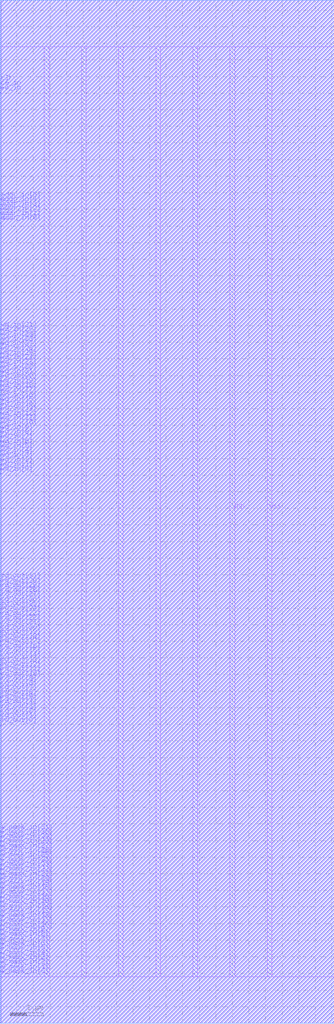
<source format=lef>
VERSION 5.7 ;
BUSBITCHARS "[]" ;
MACRO fakeram45_64x32_upper
  FOREIGN fakeram45_64x32_upper 0 0 ;
  SYMMETRY X Y R90 ;
  SIZE 20.140 BY 61.600 ;
  CLASS BLOCK ;
  PIN w_mask_in[0]
    DIRECTION INPUT ;
    USE SIGNAL ;
    SHAPE ABUTMENT ;
    PORT
      LAYER M18 ;
      RECT 0.000 2.800 0.070 2.870 ;
    END
  END w_mask_in[0]
  PIN w_mask_in[1]
    DIRECTION INPUT ;
    USE SIGNAL ;
    SHAPE ABUTMENT ;
    PORT
      LAYER M18 ;
      RECT 0.000 3.080 0.070 3.150 ;
    END
  END w_mask_in[1]
  PIN w_mask_in[2]
    DIRECTION INPUT ;
    USE SIGNAL ;
    SHAPE ABUTMENT ;
    PORT
      LAYER M18 ;
      RECT 0.000 3.360 0.070 3.430 ;
    END
  END w_mask_in[2]
  PIN w_mask_in[3]
    DIRECTION INPUT ;
    USE SIGNAL ;
    SHAPE ABUTMENT ;
    PORT
      LAYER M18 ;
      RECT 0.000 3.640 0.070 3.710 ;
    END
  END w_mask_in[3]
  PIN w_mask_in[4]
    DIRECTION INPUT ;
    USE SIGNAL ;
    SHAPE ABUTMENT ;
    PORT
      LAYER M18 ;
      RECT 0.000 3.920 0.070 3.990 ;
    END
  END w_mask_in[4]
  PIN w_mask_in[5]
    DIRECTION INPUT ;
    USE SIGNAL ;
    SHAPE ABUTMENT ;
    PORT
      LAYER M18 ;
      RECT 0.000 4.200 0.070 4.270 ;
    END
  END w_mask_in[5]
  PIN w_mask_in[6]
    DIRECTION INPUT ;
    USE SIGNAL ;
    SHAPE ABUTMENT ;
    PORT
      LAYER M18 ;
      RECT 0.000 4.480 0.070 4.550 ;
    END
  END w_mask_in[6]
  PIN w_mask_in[7]
    DIRECTION INPUT ;
    USE SIGNAL ;
    SHAPE ABUTMENT ;
    PORT
      LAYER M18 ;
      RECT 0.000 4.760 0.070 4.830 ;
    END
  END w_mask_in[7]
  PIN w_mask_in[8]
    DIRECTION INPUT ;
    USE SIGNAL ;
    SHAPE ABUTMENT ;
    PORT
      LAYER M18 ;
      RECT 0.000 5.040 0.070 5.110 ;
    END
  END w_mask_in[8]
  PIN w_mask_in[9]
    DIRECTION INPUT ;
    USE SIGNAL ;
    SHAPE ABUTMENT ;
    PORT
      LAYER M18 ;
      RECT 0.000 5.320 0.070 5.390 ;
    END
  END w_mask_in[9]
  PIN w_mask_in[10]
    DIRECTION INPUT ;
    USE SIGNAL ;
    SHAPE ABUTMENT ;
    PORT
      LAYER M18 ;
      RECT 0.000 5.600 0.070 5.670 ;
    END
  END w_mask_in[10]
  PIN w_mask_in[11]
    DIRECTION INPUT ;
    USE SIGNAL ;
    SHAPE ABUTMENT ;
    PORT
      LAYER M18 ;
      RECT 0.000 5.880 0.070 5.950 ;
    END
  END w_mask_in[11]
  PIN w_mask_in[12]
    DIRECTION INPUT ;
    USE SIGNAL ;
    SHAPE ABUTMENT ;
    PORT
      LAYER M18 ;
      RECT 0.000 6.160 0.070 6.230 ;
    END
  END w_mask_in[12]
  PIN w_mask_in[13]
    DIRECTION INPUT ;
    USE SIGNAL ;
    SHAPE ABUTMENT ;
    PORT
      LAYER M18 ;
      RECT 0.000 6.440 0.070 6.510 ;
    END
  END w_mask_in[13]
  PIN w_mask_in[14]
    DIRECTION INPUT ;
    USE SIGNAL ;
    SHAPE ABUTMENT ;
    PORT
      LAYER M18 ;
      RECT 0.000 6.720 0.070 6.790 ;
    END
  END w_mask_in[14]
  PIN w_mask_in[15]
    DIRECTION INPUT ;
    USE SIGNAL ;
    SHAPE ABUTMENT ;
    PORT
      LAYER M18 ;
      RECT 0.000 7.000 0.070 7.070 ;
    END
  END w_mask_in[15]
  PIN w_mask_in[16]
    DIRECTION INPUT ;
    USE SIGNAL ;
    SHAPE ABUTMENT ;
    PORT
      LAYER M18 ;
      RECT 0.000 7.280 0.070 7.350 ;
    END
  END w_mask_in[16]
  PIN w_mask_in[17]
    DIRECTION INPUT ;
    USE SIGNAL ;
    SHAPE ABUTMENT ;
    PORT
      LAYER M18 ;
      RECT 0.000 7.560 0.070 7.630 ;
    END
  END w_mask_in[17]
  PIN w_mask_in[18]
    DIRECTION INPUT ;
    USE SIGNAL ;
    SHAPE ABUTMENT ;
    PORT
      LAYER M18 ;
      RECT 0.000 7.840 0.070 7.910 ;
    END
  END w_mask_in[18]
  PIN w_mask_in[19]
    DIRECTION INPUT ;
    USE SIGNAL ;
    SHAPE ABUTMENT ;
    PORT
      LAYER M18 ;
      RECT 0.000 8.120 0.070 8.190 ;
    END
  END w_mask_in[19]
  PIN w_mask_in[20]
    DIRECTION INPUT ;
    USE SIGNAL ;
    SHAPE ABUTMENT ;
    PORT
      LAYER M18 ;
      RECT 0.000 8.400 0.070 8.470 ;
    END
  END w_mask_in[20]
  PIN w_mask_in[21]
    DIRECTION INPUT ;
    USE SIGNAL ;
    SHAPE ABUTMENT ;
    PORT
      LAYER M18 ;
      RECT 0.000 8.680 0.070 8.750 ;
    END
  END w_mask_in[21]
  PIN w_mask_in[22]
    DIRECTION INPUT ;
    USE SIGNAL ;
    SHAPE ABUTMENT ;
    PORT
      LAYER M18 ;
      RECT 0.000 8.960 0.070 9.030 ;
    END
  END w_mask_in[22]
  PIN w_mask_in[23]
    DIRECTION INPUT ;
    USE SIGNAL ;
    SHAPE ABUTMENT ;
    PORT
      LAYER M18 ;
      RECT 0.000 9.240 0.070 9.310 ;
    END
  END w_mask_in[23]
  PIN w_mask_in[24]
    DIRECTION INPUT ;
    USE SIGNAL ;
    SHAPE ABUTMENT ;
    PORT
      LAYER M18 ;
      RECT 0.000 9.520 0.070 9.590 ;
    END
  END w_mask_in[24]
  PIN w_mask_in[25]
    DIRECTION INPUT ;
    USE SIGNAL ;
    SHAPE ABUTMENT ;
    PORT
      LAYER M18 ;
      RECT 0.000 9.800 0.070 9.870 ;
    END
  END w_mask_in[25]
  PIN w_mask_in[26]
    DIRECTION INPUT ;
    USE SIGNAL ;
    SHAPE ABUTMENT ;
    PORT
      LAYER M18 ;
      RECT 0.000 10.080 0.070 10.150 ;
    END
  END w_mask_in[26]
  PIN w_mask_in[27]
    DIRECTION INPUT ;
    USE SIGNAL ;
    SHAPE ABUTMENT ;
    PORT
      LAYER M18 ;
      RECT 0.000 10.360 0.070 10.430 ;
    END
  END w_mask_in[27]
  PIN w_mask_in[28]
    DIRECTION INPUT ;
    USE SIGNAL ;
    SHAPE ABUTMENT ;
    PORT
      LAYER M18 ;
      RECT 0.000 10.640 0.070 10.710 ;
    END
  END w_mask_in[28]
  PIN w_mask_in[29]
    DIRECTION INPUT ;
    USE SIGNAL ;
    SHAPE ABUTMENT ;
    PORT
      LAYER M18 ;
      RECT 0.000 10.920 0.070 10.990 ;
    END
  END w_mask_in[29]
  PIN w_mask_in[30]
    DIRECTION INPUT ;
    USE SIGNAL ;
    SHAPE ABUTMENT ;
    PORT
      LAYER M18 ;
      RECT 0.000 11.200 0.070 11.270 ;
    END
  END w_mask_in[30]
  PIN w_mask_in[31]
    DIRECTION INPUT ;
    USE SIGNAL ;
    SHAPE ABUTMENT ;
    PORT
      LAYER M18 ;
      RECT 0.000 11.480 0.070 11.550 ;
    END
  END w_mask_in[31]
  PIN rd_out[0]
    DIRECTION OUTPUT ;
    USE SIGNAL ;
    SHAPE ABUTMENT ;
    PORT
      LAYER M18 ;
      RECT 0.000 17.920 0.070 17.990 ;
    END
  END rd_out[0]
  PIN rd_out[1]
    DIRECTION OUTPUT ;
    USE SIGNAL ;
    SHAPE ABUTMENT ;
    PORT
      LAYER M18 ;
      RECT 0.000 18.200 0.070 18.270 ;
    END
  END rd_out[1]
  PIN rd_out[2]
    DIRECTION OUTPUT ;
    USE SIGNAL ;
    SHAPE ABUTMENT ;
    PORT
      LAYER M18 ;
      RECT 0.000 18.480 0.070 18.550 ;
    END
  END rd_out[2]
  PIN rd_out[3]
    DIRECTION OUTPUT ;
    USE SIGNAL ;
    SHAPE ABUTMENT ;
    PORT
      LAYER M18 ;
      RECT 0.000 18.760 0.070 18.830 ;
    END
  END rd_out[3]
  PIN rd_out[4]
    DIRECTION OUTPUT ;
    USE SIGNAL ;
    SHAPE ABUTMENT ;
    PORT
      LAYER M18 ;
      RECT 0.000 19.040 0.070 19.110 ;
    END
  END rd_out[4]
  PIN rd_out[5]
    DIRECTION OUTPUT ;
    USE SIGNAL ;
    SHAPE ABUTMENT ;
    PORT
      LAYER M18 ;
      RECT 0.000 19.320 0.070 19.390 ;
    END
  END rd_out[5]
  PIN rd_out[6]
    DIRECTION OUTPUT ;
    USE SIGNAL ;
    SHAPE ABUTMENT ;
    PORT
      LAYER M18 ;
      RECT 0.000 19.600 0.070 19.670 ;
    END
  END rd_out[6]
  PIN rd_out[7]
    DIRECTION OUTPUT ;
    USE SIGNAL ;
    SHAPE ABUTMENT ;
    PORT
      LAYER M18 ;
      RECT 0.000 19.880 0.070 19.950 ;
    END
  END rd_out[7]
  PIN rd_out[8]
    DIRECTION OUTPUT ;
    USE SIGNAL ;
    SHAPE ABUTMENT ;
    PORT
      LAYER M18 ;
      RECT 0.000 20.160 0.070 20.230 ;
    END
  END rd_out[8]
  PIN rd_out[9]
    DIRECTION OUTPUT ;
    USE SIGNAL ;
    SHAPE ABUTMENT ;
    PORT
      LAYER M18 ;
      RECT 0.000 20.440 0.070 20.510 ;
    END
  END rd_out[9]
  PIN rd_out[10]
    DIRECTION OUTPUT ;
    USE SIGNAL ;
    SHAPE ABUTMENT ;
    PORT
      LAYER M18 ;
      RECT 0.000 20.720 0.070 20.790 ;
    END
  END rd_out[10]
  PIN rd_out[11]
    DIRECTION OUTPUT ;
    USE SIGNAL ;
    SHAPE ABUTMENT ;
    PORT
      LAYER M18 ;
      RECT 0.000 21.000 0.070 21.070 ;
    END
  END rd_out[11]
  PIN rd_out[12]
    DIRECTION OUTPUT ;
    USE SIGNAL ;
    SHAPE ABUTMENT ;
    PORT
      LAYER M18 ;
      RECT 0.000 21.280 0.070 21.350 ;
    END
  END rd_out[12]
  PIN rd_out[13]
    DIRECTION OUTPUT ;
    USE SIGNAL ;
    SHAPE ABUTMENT ;
    PORT
      LAYER M18 ;
      RECT 0.000 21.560 0.070 21.630 ;
    END
  END rd_out[13]
  PIN rd_out[14]
    DIRECTION OUTPUT ;
    USE SIGNAL ;
    SHAPE ABUTMENT ;
    PORT
      LAYER M18 ;
      RECT 0.000 21.840 0.070 21.910 ;
    END
  END rd_out[14]
  PIN rd_out[15]
    DIRECTION OUTPUT ;
    USE SIGNAL ;
    SHAPE ABUTMENT ;
    PORT
      LAYER M18 ;
      RECT 0.000 22.120 0.070 22.190 ;
    END
  END rd_out[15]
  PIN rd_out[16]
    DIRECTION OUTPUT ;
    USE SIGNAL ;
    SHAPE ABUTMENT ;
    PORT
      LAYER M18 ;
      RECT 0.000 22.400 0.070 22.470 ;
    END
  END rd_out[16]
  PIN rd_out[17]
    DIRECTION OUTPUT ;
    USE SIGNAL ;
    SHAPE ABUTMENT ;
    PORT
      LAYER M18 ;
      RECT 0.000 22.680 0.070 22.750 ;
    END
  END rd_out[17]
  PIN rd_out[18]
    DIRECTION OUTPUT ;
    USE SIGNAL ;
    SHAPE ABUTMENT ;
    PORT
      LAYER M18 ;
      RECT 0.000 22.960 0.070 23.030 ;
    END
  END rd_out[18]
  PIN rd_out[19]
    DIRECTION OUTPUT ;
    USE SIGNAL ;
    SHAPE ABUTMENT ;
    PORT
      LAYER M18 ;
      RECT 0.000 23.240 0.070 23.310 ;
    END
  END rd_out[19]
  PIN rd_out[20]
    DIRECTION OUTPUT ;
    USE SIGNAL ;
    SHAPE ABUTMENT ;
    PORT
      LAYER M18 ;
      RECT 0.000 23.520 0.070 23.590 ;
    END
  END rd_out[20]
  PIN rd_out[21]
    DIRECTION OUTPUT ;
    USE SIGNAL ;
    SHAPE ABUTMENT ;
    PORT
      LAYER M18 ;
      RECT 0.000 23.800 0.070 23.870 ;
    END
  END rd_out[21]
  PIN rd_out[22]
    DIRECTION OUTPUT ;
    USE SIGNAL ;
    SHAPE ABUTMENT ;
    PORT
      LAYER M18 ;
      RECT 0.000 24.080 0.070 24.150 ;
    END
  END rd_out[22]
  PIN rd_out[23]
    DIRECTION OUTPUT ;
    USE SIGNAL ;
    SHAPE ABUTMENT ;
    PORT
      LAYER M18 ;
      RECT 0.000 24.360 0.070 24.430 ;
    END
  END rd_out[23]
  PIN rd_out[24]
    DIRECTION OUTPUT ;
    USE SIGNAL ;
    SHAPE ABUTMENT ;
    PORT
      LAYER M18 ;
      RECT 0.000 24.640 0.070 24.710 ;
    END
  END rd_out[24]
  PIN rd_out[25]
    DIRECTION OUTPUT ;
    USE SIGNAL ;
    SHAPE ABUTMENT ;
    PORT
      LAYER M18 ;
      RECT 0.000 24.920 0.070 24.990 ;
    END
  END rd_out[25]
  PIN rd_out[26]
    DIRECTION OUTPUT ;
    USE SIGNAL ;
    SHAPE ABUTMENT ;
    PORT
      LAYER M18 ;
      RECT 0.000 25.200 0.070 25.270 ;
    END
  END rd_out[26]
  PIN rd_out[27]
    DIRECTION OUTPUT ;
    USE SIGNAL ;
    SHAPE ABUTMENT ;
    PORT
      LAYER M18 ;
      RECT 0.000 25.480 0.070 25.550 ;
    END
  END rd_out[27]
  PIN rd_out[28]
    DIRECTION OUTPUT ;
    USE SIGNAL ;
    SHAPE ABUTMENT ;
    PORT
      LAYER M18 ;
      RECT 0.000 25.760 0.070 25.830 ;
    END
  END rd_out[28]
  PIN rd_out[29]
    DIRECTION OUTPUT ;
    USE SIGNAL ;
    SHAPE ABUTMENT ;
    PORT
      LAYER M18 ;
      RECT 0.000 26.040 0.070 26.110 ;
    END
  END rd_out[29]
  PIN rd_out[30]
    DIRECTION OUTPUT ;
    USE SIGNAL ;
    SHAPE ABUTMENT ;
    PORT
      LAYER M18 ;
      RECT 0.000 26.320 0.070 26.390 ;
    END
  END rd_out[30]
  PIN rd_out[31]
    DIRECTION OUTPUT ;
    USE SIGNAL ;
    SHAPE ABUTMENT ;
    PORT
      LAYER M18 ;
      RECT 0.000 26.600 0.070 26.670 ;
    END
  END rd_out[31]
  PIN wd_in[0]
    DIRECTION INPUT ;
    USE SIGNAL ;
    SHAPE ABUTMENT ;
    PORT
      LAYER M18 ;
      RECT 0.000 33.040 0.070 33.110 ;
    END
  END wd_in[0]
  PIN wd_in[1]
    DIRECTION INPUT ;
    USE SIGNAL ;
    SHAPE ABUTMENT ;
    PORT
      LAYER M18 ;
      RECT 0.000 33.320 0.070 33.390 ;
    END
  END wd_in[1]
  PIN wd_in[2]
    DIRECTION INPUT ;
    USE SIGNAL ;
    SHAPE ABUTMENT ;
    PORT
      LAYER M18 ;
      RECT 0.000 33.600 0.070 33.670 ;
    END
  END wd_in[2]
  PIN wd_in[3]
    DIRECTION INPUT ;
    USE SIGNAL ;
    SHAPE ABUTMENT ;
    PORT
      LAYER M18 ;
      RECT 0.000 33.880 0.070 33.950 ;
    END
  END wd_in[3]
  PIN wd_in[4]
    DIRECTION INPUT ;
    USE SIGNAL ;
    SHAPE ABUTMENT ;
    PORT
      LAYER M18 ;
      RECT 0.000 34.160 0.070 34.230 ;
    END
  END wd_in[4]
  PIN wd_in[5]
    DIRECTION INPUT ;
    USE SIGNAL ;
    SHAPE ABUTMENT ;
    PORT
      LAYER M18 ;
      RECT 0.000 34.440 0.070 34.510 ;
    END
  END wd_in[5]
  PIN wd_in[6]
    DIRECTION INPUT ;
    USE SIGNAL ;
    SHAPE ABUTMENT ;
    PORT
      LAYER M18 ;
      RECT 0.000 34.720 0.070 34.790 ;
    END
  END wd_in[6]
  PIN wd_in[7]
    DIRECTION INPUT ;
    USE SIGNAL ;
    SHAPE ABUTMENT ;
    PORT
      LAYER M18 ;
      RECT 0.000 35.000 0.070 35.070 ;
    END
  END wd_in[7]
  PIN wd_in[8]
    DIRECTION INPUT ;
    USE SIGNAL ;
    SHAPE ABUTMENT ;
    PORT
      LAYER M18 ;
      RECT 0.000 35.280 0.070 35.350 ;
    END
  END wd_in[8]
  PIN wd_in[9]
    DIRECTION INPUT ;
    USE SIGNAL ;
    SHAPE ABUTMENT ;
    PORT
      LAYER M18 ;
      RECT 0.000 35.560 0.070 35.630 ;
    END
  END wd_in[9]
  PIN wd_in[10]
    DIRECTION INPUT ;
    USE SIGNAL ;
    SHAPE ABUTMENT ;
    PORT
      LAYER M18 ;
      RECT 0.000 35.840 0.070 35.910 ;
    END
  END wd_in[10]
  PIN wd_in[11]
    DIRECTION INPUT ;
    USE SIGNAL ;
    SHAPE ABUTMENT ;
    PORT
      LAYER M18 ;
      RECT 0.000 36.120 0.070 36.190 ;
    END
  END wd_in[11]
  PIN wd_in[12]
    DIRECTION INPUT ;
    USE SIGNAL ;
    SHAPE ABUTMENT ;
    PORT
      LAYER M18 ;
      RECT 0.000 36.400 0.070 36.470 ;
    END
  END wd_in[12]
  PIN wd_in[13]
    DIRECTION INPUT ;
    USE SIGNAL ;
    SHAPE ABUTMENT ;
    PORT
      LAYER M18 ;
      RECT 0.000 36.680 0.070 36.750 ;
    END
  END wd_in[13]
  PIN wd_in[14]
    DIRECTION INPUT ;
    USE SIGNAL ;
    SHAPE ABUTMENT ;
    PORT
      LAYER M18 ;
      RECT 0.000 36.960 0.070 37.030 ;
    END
  END wd_in[14]
  PIN wd_in[15]
    DIRECTION INPUT ;
    USE SIGNAL ;
    SHAPE ABUTMENT ;
    PORT
      LAYER M18 ;
      RECT 0.000 37.240 0.070 37.310 ;
    END
  END wd_in[15]
  PIN wd_in[16]
    DIRECTION INPUT ;
    USE SIGNAL ;
    SHAPE ABUTMENT ;
    PORT
      LAYER M18 ;
      RECT 0.000 37.520 0.070 37.590 ;
    END
  END wd_in[16]
  PIN wd_in[17]
    DIRECTION INPUT ;
    USE SIGNAL ;
    SHAPE ABUTMENT ;
    PORT
      LAYER M18 ;
      RECT 0.000 37.800 0.070 37.870 ;
    END
  END wd_in[17]
  PIN wd_in[18]
    DIRECTION INPUT ;
    USE SIGNAL ;
    SHAPE ABUTMENT ;
    PORT
      LAYER M18 ;
      RECT 0.000 38.080 0.070 38.150 ;
    END
  END wd_in[18]
  PIN wd_in[19]
    DIRECTION INPUT ;
    USE SIGNAL ;
    SHAPE ABUTMENT ;
    PORT
      LAYER M18 ;
      RECT 0.000 38.360 0.070 38.430 ;
    END
  END wd_in[19]
  PIN wd_in[20]
    DIRECTION INPUT ;
    USE SIGNAL ;
    SHAPE ABUTMENT ;
    PORT
      LAYER M18 ;
      RECT 0.000 38.640 0.070 38.710 ;
    END
  END wd_in[20]
  PIN wd_in[21]
    DIRECTION INPUT ;
    USE SIGNAL ;
    SHAPE ABUTMENT ;
    PORT
      LAYER M18 ;
      RECT 0.000 38.920 0.070 38.990 ;
    END
  END wd_in[21]
  PIN wd_in[22]
    DIRECTION INPUT ;
    USE SIGNAL ;
    SHAPE ABUTMENT ;
    PORT
      LAYER M18 ;
      RECT 0.000 39.200 0.070 39.270 ;
    END
  END wd_in[22]
  PIN wd_in[23]
    DIRECTION INPUT ;
    USE SIGNAL ;
    SHAPE ABUTMENT ;
    PORT
      LAYER M18 ;
      RECT 0.000 39.480 0.070 39.550 ;
    END
  END wd_in[23]
  PIN wd_in[24]
    DIRECTION INPUT ;
    USE SIGNAL ;
    SHAPE ABUTMENT ;
    PORT
      LAYER M18 ;
      RECT 0.000 39.760 0.070 39.830 ;
    END
  END wd_in[24]
  PIN wd_in[25]
    DIRECTION INPUT ;
    USE SIGNAL ;
    SHAPE ABUTMENT ;
    PORT
      LAYER M18 ;
      RECT 0.000 40.040 0.070 40.110 ;
    END
  END wd_in[25]
  PIN wd_in[26]
    DIRECTION INPUT ;
    USE SIGNAL ;
    SHAPE ABUTMENT ;
    PORT
      LAYER M18 ;
      RECT 0.000 40.320 0.070 40.390 ;
    END
  END wd_in[26]
  PIN wd_in[27]
    DIRECTION INPUT ;
    USE SIGNAL ;
    SHAPE ABUTMENT ;
    PORT
      LAYER M18 ;
      RECT 0.000 40.600 0.070 40.670 ;
    END
  END wd_in[27]
  PIN wd_in[28]
    DIRECTION INPUT ;
    USE SIGNAL ;
    SHAPE ABUTMENT ;
    PORT
      LAYER M18 ;
      RECT 0.000 40.880 0.070 40.950 ;
    END
  END wd_in[28]
  PIN wd_in[29]
    DIRECTION INPUT ;
    USE SIGNAL ;
    SHAPE ABUTMENT ;
    PORT
      LAYER M18 ;
      RECT 0.000 41.160 0.070 41.230 ;
    END
  END wd_in[29]
  PIN wd_in[30]
    DIRECTION INPUT ;
    USE SIGNAL ;
    SHAPE ABUTMENT ;
    PORT
      LAYER M18 ;
      RECT 0.000 41.440 0.070 41.510 ;
    END
  END wd_in[30]
  PIN wd_in[31]
    DIRECTION INPUT ;
    USE SIGNAL ;
    SHAPE ABUTMENT ;
    PORT
      LAYER M18 ;
      RECT 0.000 41.720 0.070 41.790 ;
    END
  END wd_in[31]
  PIN addr_in[0]
    DIRECTION INPUT ;
    USE SIGNAL ;
    SHAPE ABUTMENT ;
    PORT
      LAYER M18 ;
      RECT 0.000 48.160 0.070 48.230 ;
    END
  END addr_in[0]
  PIN addr_in[1]
    DIRECTION INPUT ;
    USE SIGNAL ;
    SHAPE ABUTMENT ;
    PORT
      LAYER M18 ;
      RECT 0.000 48.440 0.070 48.510 ;
    END
  END addr_in[1]
  PIN addr_in[2]
    DIRECTION INPUT ;
    USE SIGNAL ;
    SHAPE ABUTMENT ;
    PORT
      LAYER M18 ;
      RECT 0.000 48.720 0.070 48.790 ;
    END
  END addr_in[2]
  PIN addr_in[3]
    DIRECTION INPUT ;
    USE SIGNAL ;
    SHAPE ABUTMENT ;
    PORT
      LAYER M18 ;
      RECT 0.000 49.000 0.070 49.070 ;
    END
  END addr_in[3]
  PIN addr_in[4]
    DIRECTION INPUT ;
    USE SIGNAL ;
    SHAPE ABUTMENT ;
    PORT
      LAYER M18 ;
      RECT 0.000 49.280 0.070 49.350 ;
    END
  END addr_in[4]
  PIN addr_in[5]
    DIRECTION INPUT ;
    USE SIGNAL ;
    SHAPE ABUTMENT ;
    PORT
      LAYER M18 ;
      RECT 0.000 49.560 0.070 49.630 ;
    END
  END addr_in[5]
  PIN we_in
    DIRECTION INPUT ;
    USE SIGNAL ;
    SHAPE ABUTMENT ;
    PORT
      LAYER M18 ;
      RECT 0.000 56.000 0.070 56.070 ;
    END
  END we_in
  PIN ce_in
    DIRECTION INPUT ;
    USE SIGNAL ;
    SHAPE ABUTMENT ;
    PORT
      LAYER M18 ;
      RECT 0.000 56.280 0.070 56.350 ;
    END
  END ce_in
  PIN clk
    DIRECTION INPUT ;
    USE SIGNAL ;
    SHAPE ABUTMENT ;
    PORT
      LAYER M18 ;
      RECT 0.000 56.560 0.070 56.630 ;
    END
  END clk
  PIN VSS
    DIRECTION INOUT ;
    USE GROUND ;
    PORT
      LAYER M17 ;
      RECT 2.660 2.800 2.940 58.800 ;
      RECT 7.140 2.800 7.420 58.800 ;
      RECT 11.620 2.800 11.900 58.800 ;
      RECT 16.100 2.800 16.380 58.800 ;
    END
  END VSS
  PIN VDD
    DIRECTION INOUT ;
    USE POWER ;
    PORT
      LAYER M17 ;
      RECT 4.900 2.800 5.180 58.800 ;
      RECT 9.380 2.800 9.660 58.800 ;
      RECT 13.860 2.800 14.140 58.800 ;
    END
  END VDD
  OBS
    LAYER M20 ;
    RECT 0 0 20.140 61.600 ;
    LAYER M19 ;
    RECT 0 0 20.140 61.600 ;
    LAYER M18 ;
    RECT 0.070 0 20.140 61.600 ;
    RECT 0 0.000 0.070 2.800 ;
    RECT 0 2.870 0.070 3.080 ;
    RECT 0 3.150 0.070 3.360 ;
    RECT 0 3.430 0.070 3.640 ;
    RECT 0 3.710 0.070 3.920 ;
    RECT 0 3.990 0.070 4.200 ;
    RECT 0 4.270 0.070 4.480 ;
    RECT 0 4.550 0.070 4.760 ;
    RECT 0 4.830 0.070 5.040 ;
    RECT 0 5.110 0.070 5.320 ;
    RECT 0 5.390 0.070 5.600 ;
    RECT 0 5.670 0.070 5.880 ;
    RECT 0 5.950 0.070 6.160 ;
    RECT 0 6.230 0.070 6.440 ;
    RECT 0 6.510 0.070 6.720 ;
    RECT 0 6.790 0.070 7.000 ;
    RECT 0 7.070 0.070 7.280 ;
    RECT 0 7.350 0.070 7.560 ;
    RECT 0 7.630 0.070 7.840 ;
    RECT 0 7.910 0.070 8.120 ;
    RECT 0 8.190 0.070 8.400 ;
    RECT 0 8.470 0.070 8.680 ;
    RECT 0 8.750 0.070 8.960 ;
    RECT 0 9.030 0.070 9.240 ;
    RECT 0 9.310 0.070 9.520 ;
    RECT 0 9.590 0.070 9.800 ;
    RECT 0 9.870 0.070 10.080 ;
    RECT 0 10.150 0.070 10.360 ;
    RECT 0 10.430 0.070 10.640 ;
    RECT 0 10.710 0.070 10.920 ;
    RECT 0 10.990 0.070 11.200 ;
    RECT 0 11.270 0.070 11.480 ;
    RECT 0 11.550 0.070 17.920 ;
    RECT 0 17.990 0.070 18.200 ;
    RECT 0 18.270 0.070 18.480 ;
    RECT 0 18.550 0.070 18.760 ;
    RECT 0 18.830 0.070 19.040 ;
    RECT 0 19.110 0.070 19.320 ;
    RECT 0 19.390 0.070 19.600 ;
    RECT 0 19.670 0.070 19.880 ;
    RECT 0 19.950 0.070 20.160 ;
    RECT 0 20.230 0.070 20.440 ;
    RECT 0 20.510 0.070 20.720 ;
    RECT 0 20.790 0.070 21.000 ;
    RECT 0 21.070 0.070 21.280 ;
    RECT 0 21.350 0.070 21.560 ;
    RECT 0 21.630 0.070 21.840 ;
    RECT 0 21.910 0.070 22.120 ;
    RECT 0 22.190 0.070 22.400 ;
    RECT 0 22.470 0.070 22.680 ;
    RECT 0 22.750 0.070 22.960 ;
    RECT 0 23.030 0.070 23.240 ;
    RECT 0 23.310 0.070 23.520 ;
    RECT 0 23.590 0.070 23.800 ;
    RECT 0 23.870 0.070 24.080 ;
    RECT 0 24.150 0.070 24.360 ;
    RECT 0 24.430 0.070 24.640 ;
    RECT 0 24.710 0.070 24.920 ;
    RECT 0 24.990 0.070 25.200 ;
    RECT 0 25.270 0.070 25.480 ;
    RECT 0 25.550 0.070 25.760 ;
    RECT 0 25.830 0.070 26.040 ;
    RECT 0 26.110 0.070 26.320 ;
    RECT 0 26.390 0.070 26.600 ;
    RECT 0 26.670 0.070 33.040 ;
    RECT 0 33.110 0.070 33.320 ;
    RECT 0 33.390 0.070 33.600 ;
    RECT 0 33.670 0.070 33.880 ;
    RECT 0 33.950 0.070 34.160 ;
    RECT 0 34.230 0.070 34.440 ;
    RECT 0 34.510 0.070 34.720 ;
    RECT 0 34.790 0.070 35.000 ;
    RECT 0 35.070 0.070 35.280 ;
    RECT 0 35.350 0.070 35.560 ;
    RECT 0 35.630 0.070 35.840 ;
    RECT 0 35.910 0.070 36.120 ;
    RECT 0 36.190 0.070 36.400 ;
    RECT 0 36.470 0.070 36.680 ;
    RECT 0 36.750 0.070 36.960 ;
    RECT 0 37.030 0.070 37.240 ;
    RECT 0 37.310 0.070 37.520 ;
    RECT 0 37.590 0.070 37.800 ;
    RECT 0 37.870 0.070 38.080 ;
    RECT 0 38.150 0.070 38.360 ;
    RECT 0 38.430 0.070 38.640 ;
    RECT 0 38.710 0.070 38.920 ;
    RECT 0 38.990 0.070 39.200 ;
    RECT 0 39.270 0.070 39.480 ;
    RECT 0 39.550 0.070 39.760 ;
    RECT 0 39.830 0.070 40.040 ;
    RECT 0 40.110 0.070 40.320 ;
    RECT 0 40.390 0.070 40.600 ;
    RECT 0 40.670 0.070 40.880 ;
    RECT 0 40.950 0.070 41.160 ;
    RECT 0 41.230 0.070 41.440 ;
    RECT 0 41.510 0.070 41.720 ;
    RECT 0 41.790 0.070 48.160 ;
    RECT 0 48.230 0.070 48.440 ;
    RECT 0 48.510 0.070 48.720 ;
    RECT 0 48.790 0.070 49.000 ;
    RECT 0 49.070 0.070 49.280 ;
    RECT 0 49.350 0.070 49.560 ;
    RECT 0 49.630 0.070 56.000 ;
    RECT 0 56.070 0.070 56.280 ;
    RECT 0 56.350 0.070 56.560 ;
    RECT 0 56.630 0.070 61.600 ;
    LAYER M17 ;
    RECT 0 0 20.140 2.800 ;
    RECT 0 58.800 20.140 61.600 ;
    RECT 0.000 2.800 2.660 58.800 ;
    RECT 2.940 2.800 4.900 58.800 ;
    RECT 5.180 2.800 7.140 58.800 ;
    RECT 7.420 2.800 9.380 58.800 ;
    RECT 9.660 2.800 11.620 58.800 ;
    RECT 11.900 2.800 13.860 58.800 ;
    RECT 14.140 2.800 16.100 58.800 ;
    RECT 16.380 2.800 20.140 58.800 ;
  END
END fakeram45_64x32_upper

END LIBRARY

</source>
